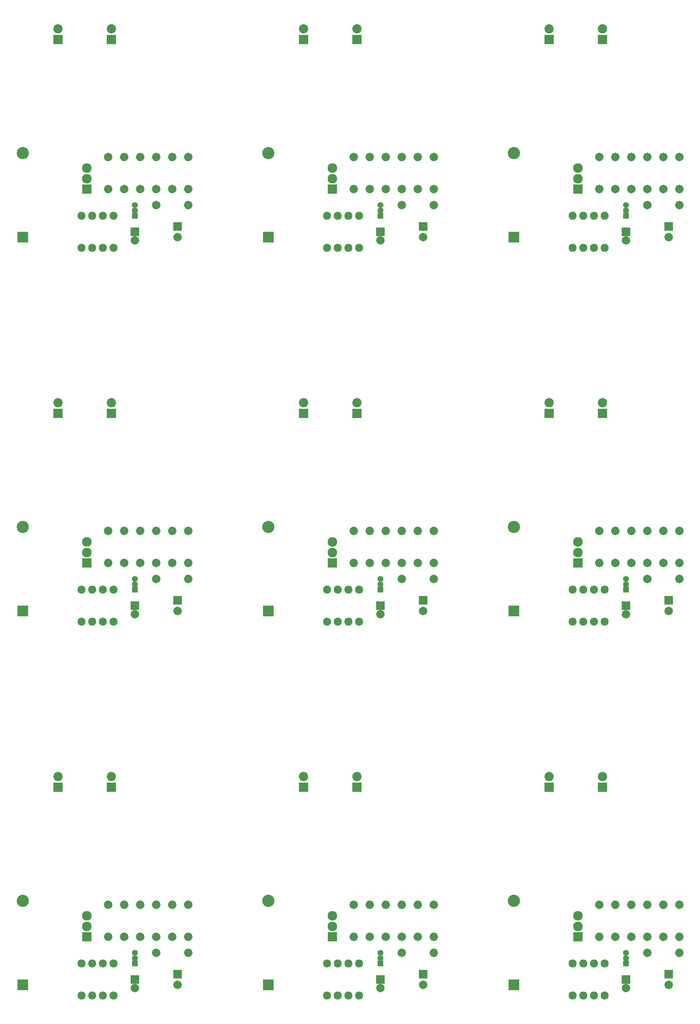
<source format=gbs>
G04 #@! TF.FileFunction,Soldermask,Bot*
%FSLAX46Y46*%
G04 Gerber Fmt 4.6, Leading zero omitted, Abs format (unit mm)*
G04 Created by KiCad (PCBNEW 4.0.7) date 04/29/18 15:13:27*
%MOMM*%
%LPD*%
G01*
G04 APERTURE LIST*
%ADD10C,0.100000*%
%ADD11R,2.300000X2.300000*%
%ADD12C,2.300000*%
%ADD13R,2.570000X2.570000*%
%ADD14C,2.900000*%
%ADD15C,2.000000*%
%ADD16O,2.000000X2.000000*%
%ADD17R,1.400000X1.400000*%
%ADD18C,1.400000*%
%ADD19R,2.200000X2.200000*%
%ADD20C,2.200000*%
%ADD21R,2.000000X2.000000*%
%ADD22C,1.924000*%
G04 APERTURE END LIST*
D10*
D11*
X65532000Y-113030000D03*
D12*
X65532000Y-110530000D03*
X65532000Y-108030000D03*
D13*
X50292000Y-124460000D03*
D14*
X50292000Y-104460000D03*
D15*
X82042000Y-113030000D03*
D16*
X82042000Y-105410000D03*
D15*
X78232000Y-113030000D03*
D16*
X78232000Y-105410000D03*
D15*
X82042000Y-116840000D03*
D16*
X89662000Y-116840000D03*
D15*
X89662000Y-105410000D03*
D16*
X89662000Y-113030000D03*
D15*
X85852000Y-113030000D03*
D16*
X85852000Y-105410000D03*
D15*
X74422000Y-113030000D03*
D16*
X74422000Y-105410000D03*
D15*
X70612000Y-105410000D03*
D16*
X70612000Y-113030000D03*
D17*
X76962000Y-119380000D03*
D18*
X76962000Y-118110000D03*
X76962000Y-116840000D03*
D19*
X71374000Y-77470000D03*
D20*
X71374000Y-74930000D03*
D21*
X87122000Y-121920000D03*
D15*
X87122000Y-124420000D03*
D21*
X76962000Y-123190000D03*
D15*
X76962000Y-125190000D03*
D22*
X64262000Y-127000000D03*
X66802000Y-127000000D03*
X69342000Y-127000000D03*
X71882000Y-127000000D03*
X71882000Y-119380000D03*
X69342000Y-119380000D03*
X66802000Y-119380000D03*
X64262000Y-119380000D03*
D19*
X58674000Y-77470000D03*
D20*
X58674000Y-74930000D03*
D19*
X117094000Y-77470000D03*
D20*
X117094000Y-74930000D03*
D22*
X122682000Y-127000000D03*
X125222000Y-127000000D03*
X127762000Y-127000000D03*
X130302000Y-127000000D03*
X130302000Y-119380000D03*
X127762000Y-119380000D03*
X125222000Y-119380000D03*
X122682000Y-119380000D03*
D21*
X135382000Y-123190000D03*
D15*
X135382000Y-125190000D03*
D21*
X145542000Y-121920000D03*
D15*
X145542000Y-124420000D03*
D19*
X129794000Y-77470000D03*
D20*
X129794000Y-74930000D03*
D17*
X135382000Y-119380000D03*
D18*
X135382000Y-118110000D03*
X135382000Y-116840000D03*
D15*
X129032000Y-105410000D03*
D16*
X129032000Y-113030000D03*
D15*
X132842000Y-113030000D03*
D16*
X132842000Y-105410000D03*
D15*
X144272000Y-113030000D03*
D16*
X144272000Y-105410000D03*
D15*
X148082000Y-105410000D03*
D16*
X148082000Y-113030000D03*
D15*
X140462000Y-116840000D03*
D16*
X148082000Y-116840000D03*
D15*
X136652000Y-113030000D03*
D16*
X136652000Y-105410000D03*
D15*
X140462000Y-113030000D03*
D16*
X140462000Y-105410000D03*
D13*
X108712000Y-124460000D03*
D14*
X108712000Y-104460000D03*
D11*
X123952000Y-113030000D03*
D12*
X123952000Y-110530000D03*
X123952000Y-108030000D03*
D19*
X175514000Y-77470000D03*
D20*
X175514000Y-74930000D03*
D22*
X181102000Y-127000000D03*
X183642000Y-127000000D03*
X186182000Y-127000000D03*
X188722000Y-127000000D03*
X188722000Y-119380000D03*
X186182000Y-119380000D03*
X183642000Y-119380000D03*
X181102000Y-119380000D03*
D21*
X193802000Y-123190000D03*
D15*
X193802000Y-125190000D03*
D21*
X203962000Y-121920000D03*
D15*
X203962000Y-124420000D03*
D19*
X188214000Y-77470000D03*
D20*
X188214000Y-74930000D03*
D17*
X193802000Y-119380000D03*
D18*
X193802000Y-118110000D03*
X193802000Y-116840000D03*
D15*
X187452000Y-105410000D03*
D16*
X187452000Y-113030000D03*
D15*
X191262000Y-113030000D03*
D16*
X191262000Y-105410000D03*
D15*
X202692000Y-113030000D03*
D16*
X202692000Y-105410000D03*
D15*
X206502000Y-105410000D03*
D16*
X206502000Y-113030000D03*
D15*
X198882000Y-116840000D03*
D16*
X206502000Y-116840000D03*
D15*
X195072000Y-113030000D03*
D16*
X195072000Y-105410000D03*
D15*
X198882000Y-113030000D03*
D16*
X198882000Y-105410000D03*
D13*
X167132000Y-124460000D03*
D14*
X167132000Y-104460000D03*
D11*
X182372000Y-113030000D03*
D12*
X182372000Y-110530000D03*
X182372000Y-108030000D03*
D19*
X58674000Y-166370000D03*
D20*
X58674000Y-163830000D03*
D22*
X64262000Y-215900000D03*
X66802000Y-215900000D03*
X69342000Y-215900000D03*
X71882000Y-215900000D03*
X71882000Y-208280000D03*
X69342000Y-208280000D03*
X66802000Y-208280000D03*
X64262000Y-208280000D03*
D21*
X76962000Y-212090000D03*
D15*
X76962000Y-214090000D03*
D21*
X87122000Y-210820000D03*
D15*
X87122000Y-213320000D03*
D19*
X71374000Y-166370000D03*
D20*
X71374000Y-163830000D03*
D17*
X76962000Y-208280000D03*
D18*
X76962000Y-207010000D03*
X76962000Y-205740000D03*
D15*
X70612000Y-194310000D03*
D16*
X70612000Y-201930000D03*
D15*
X74422000Y-201930000D03*
D16*
X74422000Y-194310000D03*
D15*
X85852000Y-201930000D03*
D16*
X85852000Y-194310000D03*
D15*
X89662000Y-194310000D03*
D16*
X89662000Y-201930000D03*
D15*
X82042000Y-205740000D03*
D16*
X89662000Y-205740000D03*
D15*
X78232000Y-201930000D03*
D16*
X78232000Y-194310000D03*
D15*
X82042000Y-201930000D03*
D16*
X82042000Y-194310000D03*
D13*
X50292000Y-213360000D03*
D14*
X50292000Y-193360000D03*
D11*
X65532000Y-201930000D03*
D12*
X65532000Y-199430000D03*
X65532000Y-196930000D03*
D19*
X117094000Y-166370000D03*
D20*
X117094000Y-163830000D03*
D22*
X122682000Y-215900000D03*
X125222000Y-215900000D03*
X127762000Y-215900000D03*
X130302000Y-215900000D03*
X130302000Y-208280000D03*
X127762000Y-208280000D03*
X125222000Y-208280000D03*
X122682000Y-208280000D03*
D21*
X135382000Y-212090000D03*
D15*
X135382000Y-214090000D03*
D21*
X145542000Y-210820000D03*
D15*
X145542000Y-213320000D03*
D19*
X129794000Y-166370000D03*
D20*
X129794000Y-163830000D03*
D17*
X135382000Y-208280000D03*
D18*
X135382000Y-207010000D03*
X135382000Y-205740000D03*
D15*
X129032000Y-194310000D03*
D16*
X129032000Y-201930000D03*
D15*
X132842000Y-201930000D03*
D16*
X132842000Y-194310000D03*
D15*
X144272000Y-201930000D03*
D16*
X144272000Y-194310000D03*
D15*
X148082000Y-194310000D03*
D16*
X148082000Y-201930000D03*
D15*
X140462000Y-205740000D03*
D16*
X148082000Y-205740000D03*
D15*
X136652000Y-201930000D03*
D16*
X136652000Y-194310000D03*
D15*
X140462000Y-201930000D03*
D16*
X140462000Y-194310000D03*
D13*
X108712000Y-213360000D03*
D14*
X108712000Y-193360000D03*
D11*
X123952000Y-201930000D03*
D12*
X123952000Y-199430000D03*
X123952000Y-196930000D03*
D19*
X175514000Y-166370000D03*
D20*
X175514000Y-163830000D03*
D22*
X181102000Y-215900000D03*
X183642000Y-215900000D03*
X186182000Y-215900000D03*
X188722000Y-215900000D03*
X188722000Y-208280000D03*
X186182000Y-208280000D03*
X183642000Y-208280000D03*
X181102000Y-208280000D03*
D21*
X193802000Y-212090000D03*
D15*
X193802000Y-214090000D03*
D21*
X203962000Y-210820000D03*
D15*
X203962000Y-213320000D03*
D19*
X188214000Y-166370000D03*
D20*
X188214000Y-163830000D03*
D17*
X193802000Y-208280000D03*
D18*
X193802000Y-207010000D03*
X193802000Y-205740000D03*
D15*
X187452000Y-194310000D03*
D16*
X187452000Y-201930000D03*
D15*
X191262000Y-201930000D03*
D16*
X191262000Y-194310000D03*
D15*
X202692000Y-201930000D03*
D16*
X202692000Y-194310000D03*
D15*
X206502000Y-194310000D03*
D16*
X206502000Y-201930000D03*
D15*
X198882000Y-205740000D03*
D16*
X206502000Y-205740000D03*
D15*
X195072000Y-201930000D03*
D16*
X195072000Y-194310000D03*
D15*
X198882000Y-201930000D03*
D16*
X198882000Y-194310000D03*
D13*
X167132000Y-213360000D03*
D14*
X167132000Y-193360000D03*
D11*
X182372000Y-201930000D03*
D12*
X182372000Y-199430000D03*
X182372000Y-196930000D03*
D19*
X58674000Y-255270000D03*
D20*
X58674000Y-252730000D03*
D22*
X64262000Y-304800000D03*
X66802000Y-304800000D03*
X69342000Y-304800000D03*
X71882000Y-304800000D03*
X71882000Y-297180000D03*
X69342000Y-297180000D03*
X66802000Y-297180000D03*
X64262000Y-297180000D03*
D21*
X76962000Y-300990000D03*
D15*
X76962000Y-302990000D03*
D21*
X87122000Y-299720000D03*
D15*
X87122000Y-302220000D03*
D19*
X71374000Y-255270000D03*
D20*
X71374000Y-252730000D03*
D17*
X76962000Y-297180000D03*
D18*
X76962000Y-295910000D03*
X76962000Y-294640000D03*
D15*
X70612000Y-283210000D03*
D16*
X70612000Y-290830000D03*
D15*
X74422000Y-290830000D03*
D16*
X74422000Y-283210000D03*
D15*
X85852000Y-290830000D03*
D16*
X85852000Y-283210000D03*
D15*
X89662000Y-283210000D03*
D16*
X89662000Y-290830000D03*
D15*
X82042000Y-294640000D03*
D16*
X89662000Y-294640000D03*
D15*
X78232000Y-290830000D03*
D16*
X78232000Y-283210000D03*
D15*
X82042000Y-290830000D03*
D16*
X82042000Y-283210000D03*
D13*
X50292000Y-302260000D03*
D14*
X50292000Y-282260000D03*
D11*
X65532000Y-290830000D03*
D12*
X65532000Y-288330000D03*
X65532000Y-285830000D03*
D19*
X117094000Y-255270000D03*
D20*
X117094000Y-252730000D03*
D22*
X122682000Y-304800000D03*
X125222000Y-304800000D03*
X127762000Y-304800000D03*
X130302000Y-304800000D03*
X130302000Y-297180000D03*
X127762000Y-297180000D03*
X125222000Y-297180000D03*
X122682000Y-297180000D03*
D21*
X135382000Y-300990000D03*
D15*
X135382000Y-302990000D03*
D21*
X145542000Y-299720000D03*
D15*
X145542000Y-302220000D03*
D19*
X129794000Y-255270000D03*
D20*
X129794000Y-252730000D03*
D17*
X135382000Y-297180000D03*
D18*
X135382000Y-295910000D03*
X135382000Y-294640000D03*
D15*
X129032000Y-283210000D03*
D16*
X129032000Y-290830000D03*
D15*
X132842000Y-290830000D03*
D16*
X132842000Y-283210000D03*
D15*
X144272000Y-290830000D03*
D16*
X144272000Y-283210000D03*
D15*
X148082000Y-283210000D03*
D16*
X148082000Y-290830000D03*
D15*
X140462000Y-294640000D03*
D16*
X148082000Y-294640000D03*
D15*
X136652000Y-290830000D03*
D16*
X136652000Y-283210000D03*
D15*
X140462000Y-290830000D03*
D16*
X140462000Y-283210000D03*
D13*
X108712000Y-302260000D03*
D14*
X108712000Y-282260000D03*
D11*
X123952000Y-290830000D03*
D12*
X123952000Y-288330000D03*
X123952000Y-285830000D03*
D19*
X175514000Y-255270000D03*
D20*
X175514000Y-252730000D03*
D22*
X181102000Y-304800000D03*
X183642000Y-304800000D03*
X186182000Y-304800000D03*
X188722000Y-304800000D03*
X188722000Y-297180000D03*
X186182000Y-297180000D03*
X183642000Y-297180000D03*
X181102000Y-297180000D03*
D21*
X193802000Y-300990000D03*
D15*
X193802000Y-302990000D03*
D21*
X203962000Y-299720000D03*
D15*
X203962000Y-302220000D03*
D19*
X188214000Y-255270000D03*
D20*
X188214000Y-252730000D03*
D17*
X193802000Y-297180000D03*
D18*
X193802000Y-295910000D03*
X193802000Y-294640000D03*
D15*
X187452000Y-283210000D03*
D16*
X187452000Y-290830000D03*
D15*
X191262000Y-290830000D03*
D16*
X191262000Y-283210000D03*
D15*
X202692000Y-290830000D03*
D16*
X202692000Y-283210000D03*
D15*
X206502000Y-283210000D03*
D16*
X206502000Y-290830000D03*
D15*
X198882000Y-294640000D03*
D16*
X206502000Y-294640000D03*
D15*
X195072000Y-290830000D03*
D16*
X195072000Y-283210000D03*
D15*
X198882000Y-290830000D03*
D16*
X198882000Y-283210000D03*
D13*
X167132000Y-302260000D03*
D14*
X167132000Y-282260000D03*
D11*
X182372000Y-290830000D03*
D12*
X182372000Y-288330000D03*
X182372000Y-285830000D03*
M02*

</source>
